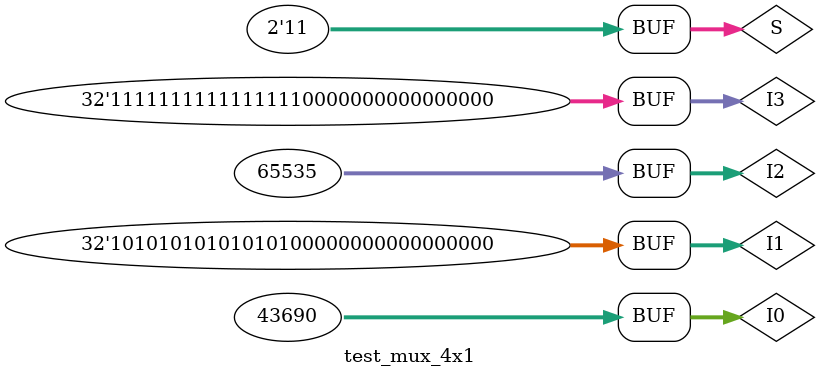
<source format=v>
module test_mux_4x1;
	//Selection lines (2)
	reg [1:0] S;

	//Inputs (4)
	reg [31:0] I0;
	reg [31:0] I1;
	reg [31:0] I2;
	reg [31:0] I3;

	//Output
	wire [31:0] Y;

	mux_4x1 mux2 (Y, S, I0, I1, I2, I3);
	initial #100 begin
		S = 2'b00;
		I0 = 32'h0000AAAA;
		I1 = 32'hAAAA0000;
		I2 = 32'h0000FFFF;
		I3 = 32'hFFFF0000;
		
		$display ("\n4x1 Mux Test");
		$display ("S   I0   I1   I2   I3   Y");
		$monitor ("%b   %h   %h   %h   %h   %h", S, I0, I1, I2, I3, Y);

		repeat (3) #1 begin
			S = S + 1;
		end

	end
endmodule

</source>
